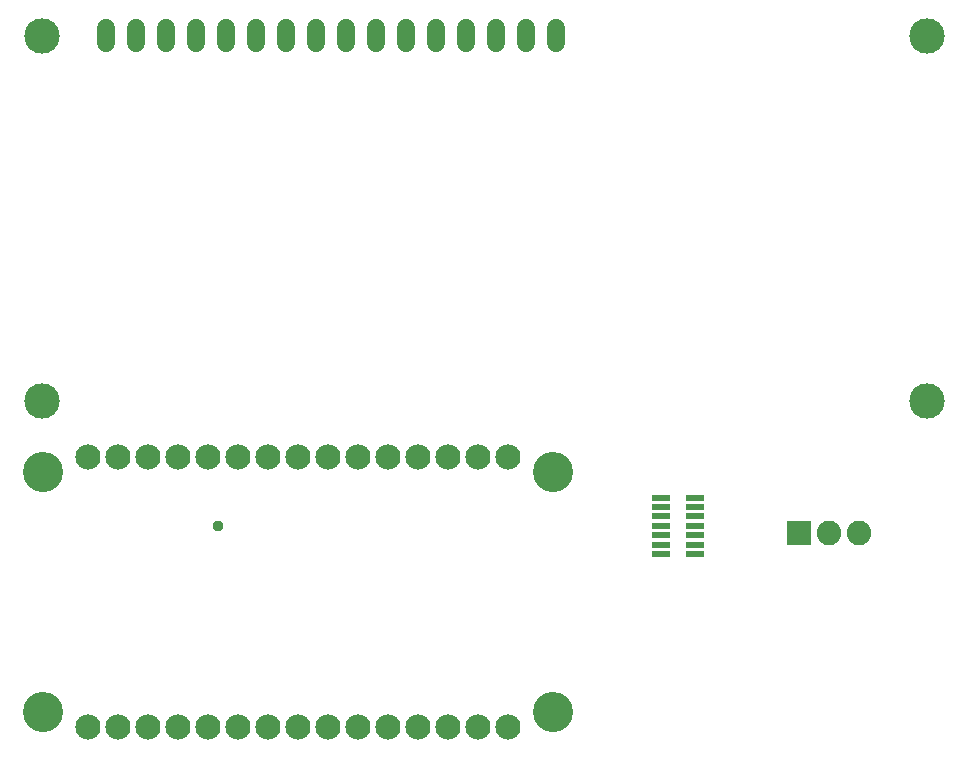
<source format=gbr>
G04 EAGLE Gerber RS-274X export*
G75*
%MOMM*%
%FSLAX34Y34*%
%LPD*%
%INSoldermask Top*%
%IPPOS*%
%AMOC8*
5,1,8,0,0,1.08239X$1,22.5*%
G01*
%ADD10R,1.600200X0.553200*%
%ADD11C,2.133600*%
%ADD12C,3.403200*%
%ADD13R,2.082800X2.082800*%
%ADD14C,2.082800*%
%ADD15C,1.511200*%
%ADD16C,3.003200*%
%ADD17C,0.959600*%


D10*
X600184Y492516D03*
X600184Y500516D03*
X600184Y508516D03*
X600184Y516516D03*
X600184Y524516D03*
X600184Y532516D03*
X600184Y540516D03*
X629304Y492516D03*
X629304Y500516D03*
X629304Y508516D03*
X629304Y516516D03*
X629304Y524516D03*
X629304Y532516D03*
X629304Y540516D03*
D11*
X115571Y345964D03*
X140971Y345964D03*
X166371Y345964D03*
X191771Y345964D03*
X217171Y345964D03*
X242571Y345964D03*
X267971Y345964D03*
X293371Y345964D03*
X318771Y345964D03*
X344171Y345964D03*
X369571Y345964D03*
X394971Y345964D03*
X420371Y345964D03*
X445771Y345964D03*
X471171Y345964D03*
X115571Y574564D03*
X140971Y574564D03*
X166371Y574564D03*
X191771Y574564D03*
X217171Y574564D03*
X242571Y574564D03*
X267971Y574564D03*
X293371Y574564D03*
X318771Y574564D03*
X344171Y574564D03*
X369571Y574564D03*
X394971Y574564D03*
X420371Y574564D03*
X445771Y574564D03*
X471171Y574564D03*
D12*
X77471Y358664D03*
X77471Y561864D03*
X509271Y561864D03*
X509271Y358664D03*
D13*
X717277Y510393D03*
D14*
X742677Y510393D03*
X768077Y510393D03*
D15*
X130800Y924960D02*
X130800Y938040D01*
X156200Y938040D02*
X156200Y924960D01*
X181600Y924960D02*
X181600Y938040D01*
X207000Y938040D02*
X207000Y924960D01*
X232400Y924960D02*
X232400Y938040D01*
X257800Y938040D02*
X257800Y924960D01*
X283200Y924960D02*
X283200Y938040D01*
X308600Y938040D02*
X308600Y924960D01*
X334000Y924960D02*
X334000Y938040D01*
X359400Y938040D02*
X359400Y924960D01*
X384800Y924960D02*
X384800Y938040D01*
X410200Y938040D02*
X410200Y924960D01*
X435600Y924960D02*
X435600Y938040D01*
X461000Y938040D02*
X461000Y924960D01*
X486400Y924960D02*
X486400Y938040D01*
X511800Y938040D02*
X511800Y924960D01*
D16*
X76200Y622300D03*
X76200Y931500D03*
X825400Y931500D03*
X825400Y622300D03*
D17*
X225552Y516636D03*
M02*

</source>
